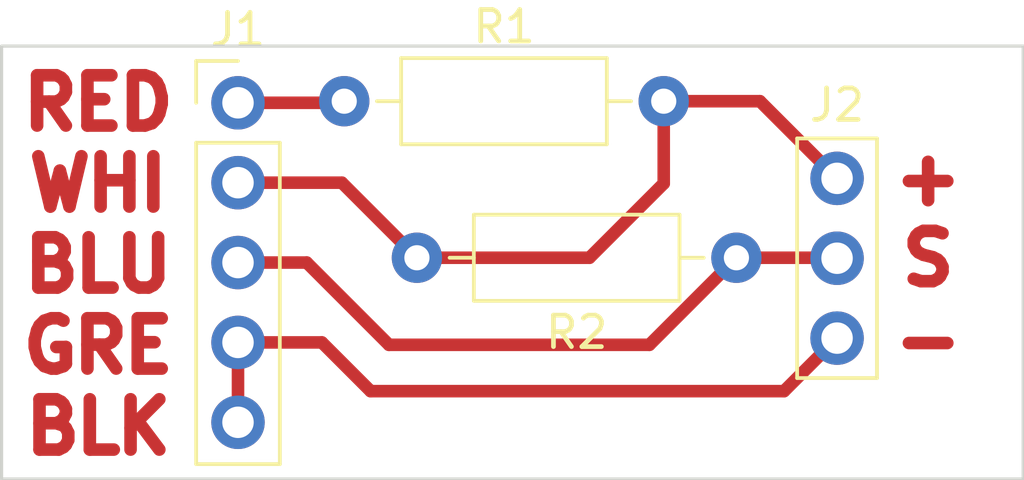
<source format=kicad_pcb>
(kicad_pcb (version 20211014) (generator pcbnew)
  (layers (0 "F.Cu" signal) (31 "B.Cu" signal) (34 "B.Paste" user) (35 "F.Paste" user) (36 "B.SilkS" user "B.Silkscreen") (37 "F.SilkS" user "F.Silkscreen") (38 "B.Mask" user) (39 "F.Mask" user) (44 "Edge.Cuts" user))
  (net 0 "")
  (net 1 "/LB_ANODE")
  (net 2 "/LB_VCC")
  (net 3 "/LB_S")
  (net 4 "/LB_GND")
  (footprint "fab:PinHeader_1x03_P2.54mm_Vertical_THT_D1mm" (layer "F.Cu") (at 148.336 86.4008)
    (fp_text reference "J2" (at 0 -2.33) (layer "F.SilkS"))
    (fp_text value "Conn_PinHeader_1x03_P2.54mm_Vertical_THT_D1mm" hide)
    (fp_line (start 1.27 -1.27) (end 1.27 6.35) (layer "F.SilkS") (width 0.12))
    (fp_line (start -1.27 -1.27) (end -1.27 6.35) (layer "F.SilkS") (width 0.12))
    (fp_line (start -1.27 6.35) (end 1.27 6.35) (layer "F.SilkS") (width 0.12))
    (fp_line (start -1.27 -1.27) (end 1.27 -1.27) (layer "F.SilkS") (width 0.12))
    (pad "1" thru_hole oval locked (at 0 0) (size 1.7 1.7) (drill 1) (layers *.Cu *.Mask) (net 2 "/LB_VCC"))
    (pad "2" thru_hole oval locked (at 0 2.54) (size 1.7 1.7) (drill 1) (layers *.Cu *.Mask) (net 3 "/LB_S"))
    (pad "3" thru_hole oval locked (at 0 5.08) (size 1.7 1.7) (drill 1) (layers *.Cu *.Mask) (net 4 "/LB_GND"))
  )
  (footprint "Resistor_THT:R_Axial_DIN0207_L6.3mm_D2.5mm_P10.16mm_Horizontal" (layer "F.Cu") (at 132.6642 83.947)
    (fp_text reference "R1" (at 5.08 -2.37) (layer "F.SilkS"))
    (fp_text value "220")
    (fp_line (start 9.12 0) (end 8.35 0) (layer "F.SilkS") (width 0.12))
    (fp_line (start 8.35 1.37) (end 8.35 -1.37) (layer "F.SilkS") (width 0.12))
    (fp_line (start 1.81 -1.37) (end 1.81 1.37) (layer "F.SilkS") (width 0.12))
    (fp_line (start 8.35 -1.37) (end 1.81 -1.37) (layer "F.SilkS") (width 0.12))
    (fp_line (start 1.81 1.37) (end 8.35 1.37) (layer "F.SilkS") (width 0.12))
    (fp_line (start 1.04 0) (end 1.81 0) (layer "F.SilkS") (width 0.12))
    (pad "1" thru_hole circle (at 0 0) (size 1.6 1.6) (drill 0.8) (layers *.Cu *.Mask) (net 1 "/LB_ANODE"))
    (pad "2" thru_hole oval (at 10.16 0) (size 1.6 1.6) (drill 0.8) (layers *.Cu *.Mask) (net 2 "/LB_VCC"))
  )
  (footprint "fab:PinHeader_1x05_P2.54mm_Vertical_THT_D1mm" (layer "F.Cu") (at 129.286 83.9978)
    (fp_text reference "J1" (at 0 -2.33) (layer "F.SilkS"))
    (fp_text value "Conn_PinHeader_1x05_P2.54mm_Vertical_THT_D1mm" hide)
    (fp_line (start -1.33 11.49) (end 1.33 11.49) (layer "F.SilkS") (width 0.12))
    (fp_line (start -1.33 1.27) (end 1.33 1.27) (layer "F.SilkS") (width 0.12))
    (fp_line (start 1.33 1.27) (end 1.33 11.49) (layer "F.SilkS") (width 0.12))
    (fp_line (start -1.33 0) (end -1.33 -1.33) (layer "F.SilkS") (width 0.12))
    (fp_line (start -1.33 -1.33) (end 0 -1.33) (layer "F.SilkS") (width 0.12))
    (fp_line (start -1.33 1.27) (end -1.33 11.49) (layer "F.SilkS") (width 0.12))
    (pad "1" thru_hole circle locked (at 0 0) (size 1.7 1.7) (drill 1) (layers *.Cu *.Mask) (net 1 "/LB_ANODE"))
    (pad "2" thru_hole oval locked (at 0 2.54) (size 1.7 1.7) (drill 1) (layers *.Cu *.Mask) (net 2 "/LB_VCC"))
    (pad "3" thru_hole oval locked (at 0 5.08) (size 1.7 1.7) (drill 1) (layers *.Cu *.Mask) (net 3 "/LB_S"))
    (pad "4" thru_hole oval locked (at 0 7.62) (size 1.7 1.7) (drill 1) (layers *.Cu *.Mask) (net 4 "/LB_GND"))
    (pad "5" thru_hole oval locked (at 0 10.16) (size 1.7 1.7) (drill 1) (layers *.Cu *.Mask) (net 4 "/LB_GND"))
  )
  (footprint "Resistor_THT:R_Axial_DIN0207_L6.3mm_D2.5mm_P10.16mm_Horizontal" (layer "F.Cu") (at 145.1356 88.9254 180)
    (fp_text reference "R2" (at 5.08 -2.37 180) (layer "F.SilkS"))
    (fp_text value "20K")
    (fp_line (start 1.81 -1.37) (end 1.81 1.37) (layer "F.SilkS") (width 0.12))
    (fp_line (start 1.81 1.37) (end 8.35 1.37) (layer "F.SilkS") (width 0.12))
    (fp_line (start 8.35 1.37) (end 8.35 -1.37) (layer "F.SilkS") (width 0.12))
    (fp_line (start 8.35 -1.37) (end 1.81 -1.37) (layer "F.SilkS") (width 0.12))
    (fp_line (start 9.12 0) (end 8.35 0) (layer "F.SilkS") (width 0.12))
    (fp_line (start 1.04 0) (end 1.81 0) (layer "F.SilkS") (width 0.12))
    (pad "1" thru_hole circle (at 0 0 180) (size 1.6 1.6) (drill 0.8) (layers *.Cu *.Mask) (net 3 "/LB_S"))
    (pad "2" thru_hole oval (at 10.16 0 180) (size 1.6 1.6) (drill 0.8) (layers *.Cu *.Mask) (net 2 "/LB_VCC"))
  )
  (gr_rect (start 121.7676 82.1944) (end 154.2542 95.9612) (layer "Edge.Cuts") (width 0.1) (fill none))
  (gr_text "+\nS\n-" (at 151.2316 88.9508) (layer "F.Cu") (effects (font (size 1.6 1.6) (thickness 0.4))))
  (gr_text "RED\nWHI\nBLU\nGRE\nBLK" (at 124.841 89.154) (layer "F.Cu") (effects (font (size 1.6 1.6) (thickness 0.4))))
  (segment (start 129.286 83.9978) (end 132.6134 83.9978) (width 0.4) (layer "F.Cu") (net 1))
  (segment (start 132.6134 83.9978) (end 132.6642 83.947) (width 0.4) (layer "F.Cu") (net 1))
  (segment (start 142.8242 86.5632) (end 140.462 88.9254) (width 0.4) (layer "F.Cu") (net 2))
  (segment (start 145.8822 83.947) (end 148.336 86.4008) (width 0.4) (layer "F.Cu") (net 2))
  (segment (start 129.286 86.5378) (end 132.588 86.5378) (width 0.4) (layer "F.Cu") (net 2))
  (segment (start 140.462 88.9254) (end 134.9756 88.9254) (width 0.4) (layer "F.Cu") (net 2))
  (segment (start 142.8242 83.947) (end 145.8822 83.947) (width 0.4) (layer "F.Cu") (net 2))
  (segment (start 132.588 86.5378) (end 134.9756 88.9254) (width 0.4) (layer "F.Cu") (net 2))
  (segment (start 142.8242 83.947) (end 142.8242 86.5632) (width 0.4) (layer "F.Cu") (net 2))
  (segment (start 148.3206 88.9254) (end 148.336 88.9408) (width 0.4) (layer "F.Cu") (net 3))
  (segment (start 142.367 91.694) (end 145.1356 88.9254) (width 0.4) (layer "F.Cu") (net 3))
  (segment (start 145.1356 88.9254) (end 148.3206 88.9254) (width 0.4) (layer "F.Cu") (net 3))
  (segment (start 129.286 89.0778) (end 131.4704 89.0778) (width 0.4) (layer "F.Cu") (net 3))
  (segment (start 131.4704 89.0778) (end 134.0866 91.694) (width 0.4) (layer "F.Cu") (net 3))
  (segment (start 134.0866 91.694) (end 142.367 91.694) (width 0.4) (layer "F.Cu") (net 3))
  (segment (start 131.953 91.6178) (end 129.286 91.6178) (width 0.4) (layer "F.Cu") (net 4))
  (segment (start 133.5024 93.1672) (end 146.6496 93.1672) (width 0.4) (layer "F.Cu") (net 4))
  (segment (start 129.286 91.6178) (end 129.286 94.1578) (width 0.4) (layer "F.Cu") (net 4))
  (segment (start 133.5024 93.1672) (end 131.953 91.6178) (width 0.4) (layer "F.Cu") (net 4))
  (segment (start 146.6496 93.1672) (end 148.336 91.4808) (width 0.4) (layer "F.Cu") (net 4))
)
</source>
